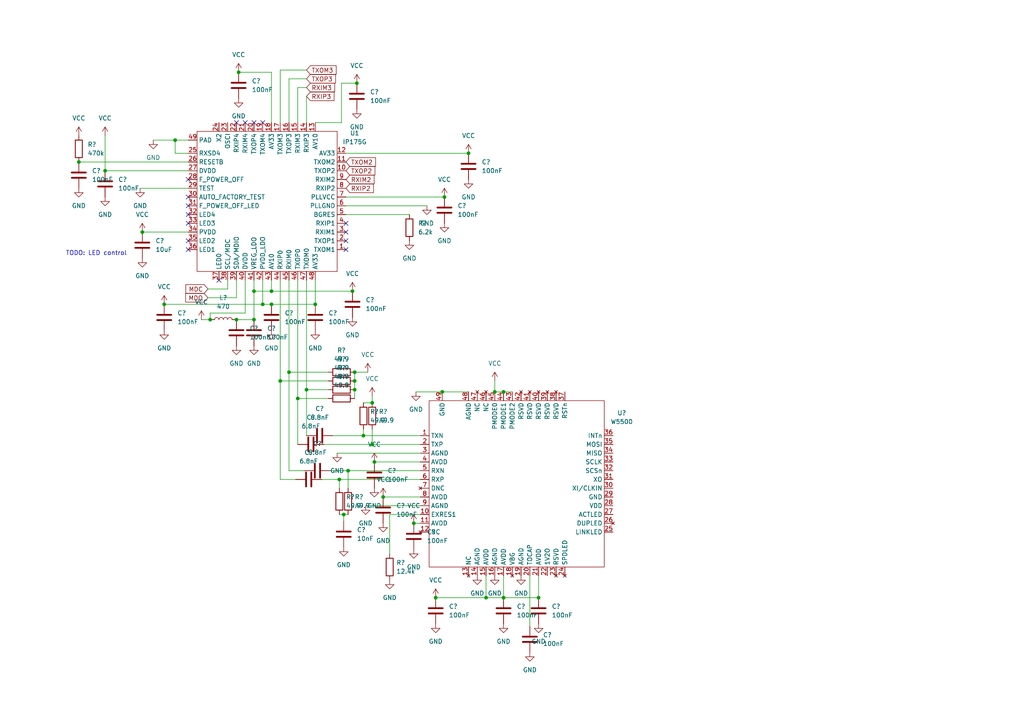
<source format=kicad_sch>
(kicad_sch (version 20211123) (generator eeschema)
  (paper "A4")
  (lib_symbols
    (symbol "01-rickbassham:3V3A" (power) (pin_names (offset 0))
      (property "Value" "3V3A" (at 0 3.81 0))
      (symbol "3V3A_0_1"
        (polyline (pts (xy -0.762 1.27) (xy 0 2.54)))
        (polyline (pts (xy 0 0) (xy 0 2.54)))
        (polyline (pts (xy 0 2.54) (xy 0.762 1.27)))
      )
      (symbol "3V3A_1_1"
        (pin power_in line (at 0 0 90) (length 0) hide (name "VCC") (number "1"))
      )
    )
    (symbol "01-rickbassham:3V3D" (power) (pin_names (offset 0))
      (property "Value" "3V3D" (at 0 3.81 0))
      (symbol "3V3D_0_1"
        (polyline (pts (xy -0.762 1.27) (xy 0 2.54)))
        (polyline (pts (xy 0 0) (xy 0 2.54)))
        (polyline (pts (xy 0 2.54) (xy 0.762 1.27)))
      )
      (symbol "3V3D_1_1"
        (pin power_in line (at 0 0 90) (length 0) hide (name "VCC") (number "1"))
      )
    )
    (symbol "01-rickbassham:AVCC" (power) (pin_names (offset 0))
      (property "Value" "AVCC" (at 0 3.81 0))
      (symbol "AVCC_0_1"
        (polyline (pts (xy -0.762 1.27) (xy 0 2.54)))
        (polyline (pts (xy 0 0) (xy 0 2.54)))
        (polyline (pts (xy 0 2.54) (xy 0.762 1.27)))
      )
      (symbol "AVCC_1_1"
        (pin power_in line (at 0 0 90) (length 0) hide (name "VCC") (number "1"))
      )
    )
    (symbol "01-rickbassham:IP175G"
      (property "Reference" "U" (at 0 0 0))
      (property "Value" "IP175G" (at 0 0 0))
      (symbol "IP175G_0_1"
        (rectangle (start -12.7 -15.24) (end 27.94 -55.88))
      )
      (symbol "IP175G_1_1"
        (pin output line (at -15.24 -21.59 0) (length 2.54) (name "TXOM1") (number "1"))
        (pin output line (at -15.24 -44.45 0) (length 2.54) (name "TXOP2") (number "10"))
        (pin output line (at -15.24 -46.99 0) (length 2.54) (name "TXOM2") (number "11"))
        (pin output line (at -15.24 -49.53 0) (length 2.54) (name "AV33") (number "12"))
        (pin output line (at -6.35 -58.42 90) (length 2.54) (name "AV10") (number "13"))
        (pin output line (at -3.81 -58.42 90) (length 2.54) (name "RXIP3") (number "14"))
        (pin output line (at -1.27 -58.42 90) (length 2.54) (name "RXIM3") (number "15"))
        (pin output line (at 1.27 -58.42 90) (length 2.54) (name "TXOP3") (number "16"))
        (pin output line (at 3.81 -58.42 90) (length 2.54) (name "TXOM3") (number "17"))
        (pin output line (at 6.35 -58.42 90) (length 2.54) (name "AV33") (number "18"))
        (pin output line (at 8.89 -58.42 90) (length 2.54) (name "TXOM4") (number "19"))
        (pin output line (at -15.24 -24.13 0) (length 2.54) (name "TXOP1") (number "2"))
        (pin output line (at 11.43 -58.42 90) (length 2.54) (name "TXOP4") (number "20"))
        (pin output line (at 13.97 -58.42 90) (length 2.54) (name "RXIM4") (number "21"))
        (pin output line (at 16.51 -58.42 90) (length 2.54) (name "RXIP4") (number "22"))
        (pin output line (at 19.05 -58.42 90) (length 2.54) (name "OSCI") (number "23"))
        (pin output line (at 21.59 -58.42 90) (length 2.54) (name "X2") (number "24"))
        (pin output line (at 30.48 -49.53 180) (length 2.54) (name "RXSD4") (number "25"))
        (pin output line (at 30.48 -46.99 180) (length 2.54) (name "RESETB") (number "26"))
        (pin output line (at 30.48 -44.45 180) (length 2.54) (name "DVDD") (number "27"))
        (pin output line (at 30.48 -41.91 180) (length 2.54) (name "F_POWER_OFF") (number "28"))
        (pin output line (at 30.48 -39.37 180) (length 2.54) (name "TEST") (number "29"))
        (pin output line (at -15.24 -26.67 0) (length 2.54) (name "RXIM1") (number "3"))
        (pin output line (at 30.48 -36.83 180) (length 2.54) (name "AUTO_FACTORY_TEST") (number "30"))
        (pin output line (at 30.48 -34.29 180) (length 2.54) (name "F_POWER_OFF_LED") (number "31"))
        (pin output line (at 30.48 -31.75 180) (length 2.54) (name "LED4") (number "32"))
        (pin output line (at 30.48 -29.21 180) (length 2.54) (name "LED3") (number "33"))
        (pin output line (at 30.48 -26.67 180) (length 2.54) (name "PVDD") (number "34"))
        (pin output line (at 30.48 -24.13 180) (length 2.54) (name "LED2") (number "35"))
        (pin output line (at 30.48 -21.59 180) (length 2.54) (name "LED1") (number "36"))
        (pin output line (at 21.59 -12.7 270) (length 2.54) (name "LED0") (number "37"))
        (pin output line (at 19.05 -12.7 270) (length 2.54) (name "SCL/MDC") (number "38"))
        (pin output line (at 16.51 -12.7 270) (length 2.54) (name "SDA/MDIO") (number "39"))
        (pin output line (at -15.24 -29.21 0) (length 2.54) (name "RXIP1") (number "4"))
        (pin output line (at 13.97 -12.7 270) (length 2.54) (name "DVDD") (number "40"))
        (pin output line (at 11.43 -12.7 270) (length 2.54) (name "VREG_LDO") (number "41"))
        (pin output line (at 8.89 -12.7 270) (length 2.54) (name "PVDD_LDO") (number "42"))
        (pin output line (at 6.35 -12.7 270) (length 2.54) (name "AV10") (number "43"))
        (pin output line (at 3.81 -12.7 270) (length 2.54) (name "RXIP0") (number "44"))
        (pin output line (at 1.27 -12.7 270) (length 2.54) (name "RXIM0") (number "45"))
        (pin output line (at -1.27 -12.7 270) (length 2.54) (name "TXOP0") (number "46"))
        (pin output line (at -3.81 -12.7 270) (length 2.54) (name "TXOM0") (number "47"))
        (pin output line (at -6.35 -12.7 270) (length 2.54) (name "AV33") (number "48"))
        (pin output line (at 30.48 -53.34 180) (length 2.54) (name "PAD") (number "49"))
        (pin output line (at -15.24 -31.75 0) (length 2.54) (name "BGRES") (number "5"))
        (pin output line (at -15.24 -34.29 0) (length 2.54) (name "PLLGND") (number "6"))
        (pin output line (at -15.24 -36.83 0) (length 2.54) (name "PLLVCC") (number "7"))
        (pin output line (at -15.24 -39.37 0) (length 2.54) (name "RXIP2") (number "8"))
        (pin output line (at -15.24 -41.91 0) (length 2.54) (name "RXIM2") (number "9"))
      )
    )
    (symbol "01-rickbassham:V10" (power) (pin_names (offset 0))
      (property "Value" "V10" (at 0 3.81 0))
      (symbol "V10_0_1"
        (polyline (pts (xy -0.762 1.27) (xy 0 2.54)))
        (polyline (pts (xy 0 0) (xy 0 2.54)))
        (polyline (pts (xy 0 2.54) (xy 0.762 1.27)))
      )
      (symbol "V10_1_1"
        (pin power_in line (at 0 0 90) (length 0) hide (name "VCC") (number "1"))
      )
    )
    (symbol "01-rickbassham:V10_A" (power) (pin_names (offset 0))
      (property "Value" "V10_A" (at 0 3.81 0))
      (symbol "V10_A_0_1"
        (polyline (pts (xy -0.762 1.27) (xy 0 2.54)))
        (polyline (pts (xy 0 0) (xy 0 2.54)))
        (polyline (pts (xy 0 2.54) (xy 0.762 1.27)))
      )
      (symbol "V10_A_1_1"
        (pin power_in line (at 0 0 90) (length 0) hide (name "VCC") (number "1"))
      )
    )
    (symbol "01-rickbassham:W5500"
      (property "Reference" "U" (at -39.37 29.21 0))
      (property "Value" "W5500" (at -36.83 31.75 0))
      (symbol "W5500_0_1"
        (rectangle (start -25.4 24.13) (end 25.4 -24.13))
      )
      (symbol "W5500_1_1"
        (pin output line (at -27.94 13.97 0) (length 2.54) (name "TXN") (number "1"))
        (pin output line (at -27.94 -8.89 0) (length 2.54) (name "EXRES1") (number "10"))
        (pin output line (at -27.94 -11.43 0) (length 2.54) (name "AVDD") (number "11"))
        (pin no_connect line (at -27.94 -13.97 0) (length 2.54) (name "NC") (number "12"))
        (pin no_connect line (at -13.97 -26.67 90) (length 2.54) (name "NC") (number "13"))
        (pin output line (at -11.43 -26.67 90) (length 2.54) (name "AGND") (number "14"))
        (pin output line (at -8.89 -26.67 90) (length 2.54) (name "AVDD") (number "15"))
        (pin output line (at -6.35 -26.67 90) (length 2.54) (name "AGND") (number "16"))
        (pin output line (at -3.81 -26.67 90) (length 2.54) (name "AVDD") (number "17"))
        (pin no_connect line (at -1.27 -26.67 90) (length 2.54) (name "VBG") (number "18"))
        (pin output line (at 1.27 -26.67 90) (length 2.54) (name "AGND") (number "19"))
        (pin output line (at -27.94 11.43 0) (length 2.54) (name "TXP") (number "2"))
        (pin output line (at 3.81 -26.67 90) (length 2.54) (name "TOCAP") (number "20"))
        (pin output line (at 6.35 -26.67 90) (length 2.54) (name "AVDD") (number "21"))
        (pin output line (at 8.89 -26.67 90) (length 2.54) (name "1V2O") (number "22"))
        (pin no_connect line (at 11.43 -26.67 90) (length 2.54) (name "RSVD") (number "23"))
        (pin no_connect line (at 13.97 -26.67 90) (length 2.54) (name "SPDLED") (number "24"))
        (pin output line (at 27.94 -13.97 180) (length 2.54) (name "LINKLED") (number "25"))
        (pin no_connect line (at 27.94 -11.43 180) (length 2.54) (name "DUPLED") (number "26"))
        (pin output line (at 27.94 -8.89 180) (length 2.54) (name "ACTLED") (number "27"))
        (pin output line (at 27.94 -6.35 180) (length 2.54) (name "VDD") (number "28"))
        (pin output line (at 27.94 -3.81 180) (length 2.54) (name "GND") (number "29"))
        (pin output line (at -27.94 8.89 0) (length 2.54) (name "AGND") (number "3"))
        (pin output line (at 27.94 -1.27 180) (length 2.54) (name "XI/CLKIN") (number "30"))
        (pin output line (at 27.94 1.27 180) (length 2.54) (name "XO") (number "31"))
        (pin output line (at 27.94 3.81 180) (length 2.54) (name "SCSn") (number "32"))
        (pin output line (at 27.94 6.35 180) (length 2.54) (name "SCLK") (number "33"))
        (pin output line (at 27.94 8.89 180) (length 2.54) (name "MISO") (number "34"))
        (pin output line (at 27.94 11.43 180) (length 2.54) (name "MOSI") (number "35"))
        (pin output line (at 27.94 13.97 180) (length 2.54) (name "INTn") (number "36"))
        (pin output line (at 13.97 26.67 270) (length 2.54) (name "RSTn") (number "37"))
        (pin no_connect line (at 11.43 26.67 270) (length 2.54) (name "RSVD") (number "38"))
        (pin no_connect line (at 8.89 26.67 270) (length 2.54) (name "RSVD") (number "39"))
        (pin output line (at -27.94 6.35 0) (length 2.54) (name "AVDD") (number "4"))
        (pin no_connect line (at 6.35 26.67 270) (length 2.54) (name "RSVD") (number "40"))
        (pin no_connect line (at 3.81 26.67 270) (length 2.54) (name "RSVD") (number "41"))
        (pin no_connect line (at 1.27 26.67 270) (length 2.54) (name "RSVD") (number "42"))
        (pin output line (at -1.27 26.67 270) (length 2.54) (name "PMODE2") (number "43"))
        (pin output line (at -3.81 26.67 270) (length 2.54) (name "PMODE1") (number "44"))
        (pin output line (at -6.35 26.67 270) (length 2.54) (name "PMODE0") (number "45"))
        (pin no_connect line (at -8.89 26.67 270) (length 2.54) (name "NC") (number "46"))
        (pin no_connect line (at -11.43 26.67 270) (length 2.54) (name "NC") (number "47"))
        (pin output line (at -13.97 26.67 270) (length 2.54) (name "AGND") (number "48"))
        (pin output line (at -21.59 26.67 270) (length 2.54) (name "GND") (number "49"))
        (pin output line (at -27.94 3.81 0) (length 2.54) (name "RXN") (number "5"))
        (pin output line (at -27.94 1.27 0) (length 2.54) (name "RXP") (number "6"))
        (pin no_connect line (at -27.94 -1.27 0) (length 2.54) (name "DNC") (number "7"))
        (pin output line (at -27.94 -3.81 0) (length 2.54) (name "AVDD") (number "8"))
        (pin output line (at -27.94 -6.35 0) (length 2.54) (name "AGND") (number "9"))
      )
    )
    (symbol "Device:C" (pin_numbers hide) (pin_names (offset 0.254))
      (property "Reference" "C" (at 0.635 2.54 0))
      (property "Value" "C" (at 0.635 -2.54 0))
      (symbol "C_0_1"
        (polyline (pts (xy -2.032 -0.762) (xy 2.032 -0.762)) (stroke (width 0.508)))
        (polyline (pts (xy -2.032 0.762) (xy 2.032 0.762)) (stroke (width 0.508)))
      )
      (symbol "C_1_1"
        (pin passive line (at 0 3.81 270) (length 2.794) (name "~") (number "1"))
        (pin passive line (at 0 -3.81 90) (length 2.794) (name "~") (number "2"))
      )
    )
    (symbol "Device:L" (pin_numbers hide) (pin_names (offset 1.016) hide)
      (property "Reference" "L" (at -1.27 0 90))
      (property "Value" "L" (at 1.905 0 90))
      (symbol "L_0_1"
        (arc (start 0 -2.54) (mid 0.635 -1.905) (end 0 -1.27))
        (arc (start 0 -1.27) (mid 0.635 -0.635) (end 0 0))
        (arc (start 0 0) (mid 0.635 0.635) (end 0 1.27))
        (arc (start 0 1.27) (mid 0.635 1.905) (end 0 2.54))
      )
      (symbol "L_1_1"
        (pin passive line (at 0 3.81 270) (length 1.27) (name "1") (number "1"))
        (pin passive line (at 0 -3.81 90) (length 1.27) (name "2") (number "2"))
      )
    )
    (symbol "Device:R" (pin_numbers hide) (pin_names (offset 0))
      (property "Reference" "R" (at 2.032 0 90))
      (property "Value" "R" (at 0 0 90))
      (symbol "R_0_1"
        (rectangle (start -1.016 -2.54) (end 1.016 2.54) (stroke (width 0.254)))
      )
      (symbol "R_1_1"
        (pin passive line (at 0 3.81 270) (length 1.27) (name "~") (number "1"))
        (pin passive line (at 0 -3.81 90) (length 1.27) (name "~") (number "2"))
      )
    )
    (symbol "power:GND" (power) (pin_names (offset 0))
      (property "Value" "GND" (at 0 -3.81 0))
      (symbol "GND_0_1"
        (polyline (pts (xy 0 0) (xy 0 -1.27) (xy 1.27 -1.27) (xy 0 -2.54) (xy -1.27 -1.27) (xy 0 -1.27)))
      )
      (symbol "GND_1_1"
        (pin power_in line (at 0 0 270) (length 0) hide (name "GND") (number "1"))
      )
    )
  )
  (junction (at 98.425 139.065))
  (junction (at 146.05 113.665))
  (junction (at 103.505 24.13))
  (junction (at 120.015 151.765))
  (junction (at 22.86 46.99))
  (junction (at 83.82 107.95))
  (junction (at 60.96 92.71))
  (junction (at 78.74 88.265))
  (junction (at 135.89 44.45))
  (junction (at 146.05 173.355))
  (junction (at 78.74 84.455))
  (junction (at 102.87 107.95))
  (junction (at 91.44 88.265))
  (junction (at 69.215 20.955))
  (junction (at 108.585 133.985))
  (junction (at 140.97 173.355))
  (junction (at 88.9 113.03))
  (junction (at 41.275 67.31))
  (junction (at 102.87 110.49))
  (junction (at 107.95 128.905))
  (junction (at 47.625 88.265))
  (junction (at 30.48 49.53))
  (junction (at 73.66 92.71))
  (junction (at 81.28 110.49))
  (junction (at 156.21 173.355))
  (junction (at 76.2 88.265))
  (junction (at 99.695 149.225))
  (junction (at 111.125 144.145))
  (junction (at 102.87 113.03))
  (junction (at 128.27 113.665))
  (junction (at 73.66 84.455))
  (junction (at 102.235 84.455))
  (junction (at 68.58 92.71))
  (junction (at 107.95 116.84))
  (junction (at 143.51 113.665))
  (junction (at 50.8 40.64))
  (junction (at 128.905 57.15))
  (junction (at 126.365 173.355))
  (junction (at 86.36 115.57))
  (junction (at 100.965 136.525))
  (junction (at 105.41 126.365))
  (no_connect (at 100.33 72.39))
  (no_connect (at 100.33 64.77))
  (no_connect (at 100.33 67.31))
  (no_connect (at 100.33 69.85))
  (no_connect (at 54.61 57.15))
  (no_connect (at 54.61 52.07))
  (no_connect (at 63.5 81.28))
  (no_connect (at 54.61 59.69))
  (no_connect (at 54.61 72.39))
  (no_connect (at 54.61 62.23))
  (no_connect (at 54.61 69.85))
  (no_connect (at 54.61 64.77))
  (no_connect (at 73.66 35.56))
  (no_connect (at 76.2 35.56))
  (no_connect (at 68.58 35.56))
  (no_connect (at 71.12 35.56))
  (wire (pts (xy 113.03 149.225) (xy 113.03 160.655)))
  (wire (pts (xy 40.64 54.61) (xy 54.61 54.61)))
  (wire (pts (xy 98.425 149.225) (xy 99.695 149.225)))
  (wire (pts (xy 50.8 44.45) (xy 50.8 40.64)))
  (wire (pts (xy 44.45 40.64) (xy 50.8 40.64)))
  (wire (pts (xy 83.82 136.525) (xy 88.265 136.525)))
  (wire (pts (xy 81.28 110.49) (xy 95.25 110.49)))
  (wire (pts (xy 30.48 49.53) (xy 54.61 49.53)))
  (wire (pts (xy 100.33 62.23) (xy 118.745 62.23)))
  (wire (pts (xy 83.82 22.86) (xy 83.82 35.56)))
  (wire (pts (xy 98.425 139.065) (xy 98.425 141.605)))
  (wire (pts (xy 81.28 139.065) (xy 85.725 139.065)))
  (wire (pts (xy 88.9 22.86) (xy 83.82 22.86)))
  (wire (pts (xy 100.965 136.525) (xy 100.965 141.605)))
  (wire (pts (xy 71.12 81.28) (xy 71.12 90.805)))
  (wire (pts (xy 60.96 90.805) (xy 60.96 92.71)))
  (wire (pts (xy 105.41 116.84) (xy 107.95 116.84)))
  (wire (pts (xy 146.05 113.665) (xy 148.59 113.665)))
  (wire (pts (xy 88.9 27.94) (xy 88.9 35.56)))
  (wire (pts (xy 78.74 84.455) (xy 102.235 84.455)))
  (wire (pts (xy 73.66 84.455) (xy 78.74 84.455)))
  (wire (pts (xy 41.275 67.31) (xy 54.61 67.31)))
  (wire (pts (xy 91.44 35.56) (xy 99.06 35.56)))
  (wire (pts (xy 100.33 44.45) (xy 135.89 44.45)))
  (wire (pts (xy 54.61 44.45) (xy 50.8 44.45)))
  (wire (pts (xy 107.95 114.935) (xy 107.95 116.84)))
  (wire (pts (xy 66.04 83.82) (xy 66.04 81.28)))
  (wire (pts (xy 78.74 88.265) (xy 76.2 88.265)))
  (wire (pts (xy 121.92 149.225) (xy 113.03 149.225)))
  (wire (pts (xy 153.67 167.005) (xy 153.67 181.61)))
  (wire (pts (xy 76.2 88.265) (xy 47.625 88.265)))
  (wire (pts (xy 50.8 40.64) (xy 54.61 40.64)))
  (wire (pts (xy 140.97 173.355) (xy 146.05 173.355)))
  (wire (pts (xy 146.05 167.005) (xy 146.05 173.355)))
  (wire (pts (xy 120.015 151.765) (xy 121.92 151.765)))
  (wire (pts (xy 107.95 124.46) (xy 107.95 128.905)))
  (wire (pts (xy 99.695 149.225) (xy 100.965 149.225)))
  (wire (pts (xy 86.36 115.57) (xy 86.36 128.905)))
  (wire (pts (xy 97.79 131.445) (xy 121.92 131.445)))
  (wire (pts (xy 81.28 35.56) (xy 81.28 20.32)))
  (wire (pts (xy 111.125 144.145) (xy 121.92 144.145)))
  (wire (pts (xy 146.05 173.355) (xy 156.21 173.355)))
  (wire (pts (xy 86.36 115.57) (xy 95.25 115.57)))
  (wire (pts (xy 105.41 126.365) (xy 121.92 126.365)))
  (wire (pts (xy 100.33 59.69) (xy 123.825 59.69)))
  (wire (pts (xy 143.51 110.49) (xy 143.51 113.665)))
  (wire (pts (xy 107.95 128.905) (xy 121.92 128.905)))
  (wire (pts (xy 108.585 133.985) (xy 121.92 133.985)))
  (wire (pts (xy 100.965 136.525) (xy 121.92 136.525)))
  (wire (pts (xy 105.41 124.46) (xy 105.41 126.365)))
  (wire (pts (xy 143.51 113.665) (xy 146.05 113.665)))
  (wire (pts (xy 81.28 20.32) (xy 88.9 20.32)))
  (wire (pts (xy 68.58 86.36) (xy 68.58 81.28)))
  (wire (pts (xy 30.48 39.37) (xy 30.48 49.53)))
  (wire (pts (xy 22.86 46.99) (xy 54.61 46.99)))
  (wire (pts (xy 98.425 139.065) (xy 121.92 139.065)))
  (wire (pts (xy 99.06 24.13) (xy 103.505 24.13)))
  (wire (pts (xy 102.87 113.03) (xy 102.87 115.57)))
  (wire (pts (xy 99.06 35.56) (xy 99.06 24.13)))
  (wire (pts (xy 78.74 81.28) (xy 78.74 84.455)))
  (wire (pts (xy 81.28 110.49) (xy 81.28 139.065)))
  (wire (pts (xy 156.21 167.005) (xy 156.21 173.355)))
  (wire (pts (xy 95.885 136.525) (xy 100.965 136.525)))
  (wire (pts (xy 93.345 139.065) (xy 98.425 139.065)))
  (wire (pts (xy 96.52 126.365) (xy 105.41 126.365)))
  (wire (pts (xy 102.87 107.95) (xy 102.87 110.49)))
  (wire (pts (xy 71.12 90.805) (xy 60.96 90.805)))
  (wire (pts (xy 60.325 86.36) (xy 68.58 86.36)))
  (wire (pts (xy 60.325 83.82) (xy 66.04 83.82)))
  (wire (pts (xy 83.82 81.28) (xy 83.82 107.95)))
  (wire (pts (xy 86.36 25.4) (xy 86.36 35.56)))
  (wire (pts (xy 83.82 107.95) (xy 95.25 107.95)))
  (wire (pts (xy 88.9 113.03) (xy 88.9 126.365)))
  (wire (pts (xy 88.9 81.28) (xy 88.9 113.03)))
  (wire (pts (xy 78.74 35.56) (xy 78.74 20.955)))
  (wire (pts (xy 88.9 113.03) (xy 95.25 113.03)))
  (wire (pts (xy 76.2 81.28) (xy 76.2 88.265)))
  (wire (pts (xy 68.58 92.71) (xy 73.66 92.71)))
  (wire (pts (xy 58.42 92.71) (xy 60.96 92.71)))
  (wire (pts (xy 106.045 146.685) (xy 121.92 146.685)))
  (wire (pts (xy 73.66 84.455) (xy 73.66 92.71)))
  (wire (pts (xy 140.97 167.005) (xy 140.97 173.355)))
  (wire (pts (xy 88.9 25.4) (xy 86.36 25.4)))
  (wire (pts (xy 91.44 81.28) (xy 91.44 88.265)))
  (wire (pts (xy 78.74 88.265) (xy 91.44 88.265)))
  (wire (pts (xy 102.87 110.49) (xy 102.87 113.03)))
  (wire (pts (xy 86.36 81.28) (xy 86.36 115.57)))
  (wire (pts (xy 81.28 81.28) (xy 81.28 110.49)))
  (wire (pts (xy 100.33 57.15) (xy 128.905 57.15)))
  (wire (pts (xy 102.87 107.95) (xy 106.68 107.95)))
  (wire (pts (xy 73.66 81.28) (xy 73.66 84.455)))
  (wire (pts (xy 126.365 173.355) (xy 140.97 173.355)))
  (wire (pts (xy 93.98 128.905) (xy 107.95 128.905)))
  (wire (pts (xy 99.695 149.225) (xy 99.695 151.13)))
  (wire (pts (xy 120.65 113.665) (xy 128.27 113.665)))
  (wire (pts (xy 83.82 107.95) (xy 83.82 136.525)))
  (wire (pts (xy 78.74 20.955) (xy 69.215 20.955)))
  (wire (pts (xy 128.27 113.665) (xy 135.89 113.665)))
  (text "TODO: LED control" (at 19.05 74.295 0) (effects (font (size 1.27 1.27)) (justify left bottom)))
  (global_label "RXIP3" (shape input) (at 88.9 27.94 0) (property "Intersheet References" "${INTERSHEET_REFS}" (effects hide)))
  (global_label "RXIM3" (shape input) (at 88.9 25.4 0) (property "Intersheet References" "${INTERSHEET_REFS}" (effects hide)))
  (global_label "TXOM2" (shape input) (at 100.33 46.99 0) (property "Intersheet References" "${INTERSHEET_REFS}" (effects hide)))
  (global_label "TXOP2" (shape input) (at 100.33 49.53 0) (property "Intersheet References" "${INTERSHEET_REFS}" (effects hide)))
  (global_label "RXIP2" (shape input) (at 100.33 54.61 0) (property "Intersheet References" "${INTERSHEET_REFS}" (effects hide)))
  (global_label "TXOP3" (shape input) (at 88.9 22.86 0) (property "Intersheet References" "${INTERSHEET_REFS}" (effects hide)))
  (global_label "MDC" (shape input) (at 60.325 83.82 180) (property "Intersheet References" "${INTERSHEET_REFS}" (effects hide)))
  (global_label "TXOM3" (shape input) (at 88.9 20.32 0) (property "Intersheet References" "${INTERSHEET_REFS}" (effects hide)))
  (global_label "MDO" (shape input) (at 60.325 86.36 180) (property "Intersheet References" "${INTERSHEET_REFS}" (effects hide)))
  (global_label "RXIM2" (shape input) (at 100.33 52.07 0) (property "Intersheet References" "${INTERSHEET_REFS}" (effects hide)))
  (symbol (lib_id "Device:C") (at 153.67 185.42 0) (unit 1)
    (property "Reference" "C?" (at 157.48 184.1499 0) (effects (justify left)))
    (property "Value" "100nF" (at 157.48 186.6899 0) (effects (justify left)))
    (property "Footprint" "Capacitor_SMD:C_0402_1005Metric" (effects hide))
  )
  (symbol (lib_id "01-rickbassham:AVCC") (at 22.86 39.37 0) (unit 1)
    (property "Reference" "#PWR?" (effects hide))
    (property "Value" "AVCC" (at 22.86 34.29 0))
  )
  (symbol (lib_id "power:GND") (at 97.79 131.445 0) (unit 1)
    (property "Reference" "#PWR?" (effects hide))
    (property "Value" "GND" (at 97.79 136.525 0))
  )
  (symbol (lib_id "01-rickbassham:3V3A") (at 111.125 144.145 0) (unit 1)
    (property "Reference" "#PWR?" (effects hide))
    (property "Value" "3V3A" (at 111.125 139.065 0))
  )
  (symbol (lib_id "Device:C") (at 135.89 48.26 0) (unit 1)
    (property "Reference" "C?" (at 139.7 46.9899 0) (effects (justify left)))
    (property "Value" "100nF" (at 139.7 49.5299 0) (effects (justify left)))
    (property "Footprint" "Capacitor_SMD:C_0402_1005Metric" (effects hide))
  )
  (symbol (lib_id "Device:C") (at 102.235 88.265 0) (unit 1)
    (property "Reference" "C?" (at 106.045 86.9949 0) (effects (justify left)))
    (property "Value" "100nF" (at 106.045 89.5349 0) (effects (justify left)))
    (property "Footprint" "Capacitor_SMD:C_0402_1005Metric" (effects hide))
  )
  (symbol (lib_id "01-rickbassham:3V3A") (at 126.365 173.355 0) (unit 1)
    (property "Reference" "#PWR?" (effects hide))
    (property "Value" "3V3A" (at 126.365 168.275 0))
  )
  (symbol (lib_id "01-rickbassham:3V3A") (at 108.585 133.985 0) (unit 1)
    (property "Reference" "#PWR?" (effects hide))
    (property "Value" "3V3A" (at 108.585 128.905 0))
  )
  (symbol (lib_id "01-rickbassham:AVCC") (at 69.215 20.955 0) (unit 1)
    (property "Reference" "#PWR?" (effects hide))
    (property "Value" "AVCC" (at 69.215 15.875 0))
  )
  (symbol (lib_id "01-rickbassham:AVCC") (at 128.905 57.15 0) (unit 1)
    (property "Reference" "#PWR?" (effects hide))
    (property "Value" "AVCC" (at 128.905 52.07 0))
  )
  (symbol (lib_id "Device:C") (at 156.21 177.165 0) (unit 1)
    (property "Reference" "C?" (at 160.02 175.8949 0) (effects (justify left)))
    (property "Value" "100nF" (at 160.02 178.4349 0) (effects (justify left)))
    (property "Footprint" "Capacitor_SMD:C_0402_1005Metric" (effects hide))
  )
  (symbol (lib_id "Device:R") (at 107.95 120.65 180) (unit 1)
    (property "Reference" "R?" (at 109.855 119.3799 0) (effects (justify right)))
    (property "Value" "49.9" (at 109.855 121.9199 0) (effects (justify right)))
    (property "Footprint" "Resistor_SMD:R_0402_1005Metric" (effects hide))
  )
  (symbol (lib_id "Device:C") (at 41.275 71.12 0) (unit 1)
    (property "Reference" "C?" (at 45.085 69.8499 0) (effects (justify left)))
    (property "Value" "10uF" (at 45.085 72.3899 0) (effects (justify left)))
    (property "Footprint" "Capacitor_SMD:C_0402_1005Metric" (effects hide))
  )
  (symbol (lib_id "Device:C") (at 92.075 136.525 90) (unit 1)
    (property "Reference" "C?" (at 92.075 128.6943 90))
    (property "Value" "6.8nF" (at 92.075 131.2343 90))
    (property "Footprint" "Capacitor_SMD:C_0402_1005Metric" (effects hide))
  )
  (symbol (lib_id "Device:C") (at 69.215 24.765 0) (unit 1)
    (property "Reference" "C?" (at 73.025 23.4949 0) (effects (justify left)))
    (property "Value" "100nF" (at 73.025 26.0349 0) (effects (justify left)))
    (property "Footprint" "Capacitor_SMD:C_0402_1005Metric" (effects hide))
  )
  (symbol (lib_id "power:GND") (at 106.045 146.685 0) (unit 1)
    (property "Reference" "#PWR?" (effects hide))
    (property "Value" "GND" (at 106.045 151.765 0))
  )
  (symbol (lib_id "power:GND") (at 73.66 100.33 0) (unit 1)
    (property "Reference" "#PWR?" (effects hide))
    (property "Value" "GND" (at 73.66 105.41 0))
  )
  (symbol (lib_id "Device:C") (at 120.015 155.575 0) (unit 1)
    (property "Reference" "C?" (at 123.825 154.3049 0) (effects (justify left)))
    (property "Value" "100nF" (at 123.825 156.8449 0) (effects (justify left)))
    (property "Footprint" "Capacitor_SMD:C_0402_1005Metric" (effects hide))
  )
  (symbol (lib_id "power:GND") (at 118.745 69.85 0) (unit 1)
    (property "Reference" "#PWR?" (effects hide))
    (property "Value" "GND" (at 118.745 74.93 0))
  )
  (symbol (lib_id "Device:R") (at 105.41 120.65 180) (unit 1)
    (property "Reference" "R?" (at 107.315 119.3799 0) (effects (justify right)))
    (property "Value" "49.9" (at 107.315 121.9199 0) (effects (justify right)))
    (property "Footprint" "Resistor_SMD:R_0402_1005Metric" (effects hide))
  )
  (symbol (lib_id "01-rickbassham:AVCC") (at 106.68 107.95 0) (unit 1)
    (property "Reference" "#PWR?" (effects hide))
    (property "Value" "AVCC" (at 106.68 102.87 0))
  )
  (symbol (lib_id "power:GND") (at 102.235 92.075 0) (unit 1)
    (property "Reference" "#PWR?" (effects hide))
    (property "Value" "GND" (at 102.235 97.155 0))
  )
  (symbol (lib_id "power:GND") (at 30.48 57.15 0) (unit 1)
    (property "Reference" "#PWR?" (effects hide))
    (property "Value" "GND" (at 30.48 62.23 0))
  )
  (symbol (lib_id "Device:R") (at 99.06 107.95 90) (unit 1)
    (property "Reference" "R?" (at 99.06 101.6 90))
    (property "Value" "49.9" (at 99.06 104.14 90))
    (property "Footprint" "Resistor_SMD:R_0402_1005Metric" (effects hide))
  )
  (symbol (lib_id "power:GND") (at 41.275 74.93 0) (unit 1)
    (property "Reference" "#PWR?" (effects hide))
    (property "Value" "GND" (at 41.275 80.01 0))
  )
  (symbol (lib_id "power:GND") (at 40.64 54.61 0) (unit 1)
    (property "Reference" "#PWR?" (effects hide))
    (property "Value" "GND" (at 40.64 59.69 0))
  )
  (symbol (lib_id "power:GND") (at 69.215 28.575 0) (unit 1)
    (property "Reference" "#PWR?" (effects hide))
    (property "Value" "GND" (at 69.215 33.655 0))
  )
  (symbol (lib_id "Device:C") (at 30.48 53.34 0) (unit 1)
    (property "Reference" "C?" (at 34.29 52.0699 0) (effects (justify left)))
    (property "Value" "100nF" (at 34.29 54.6099 0) (effects (justify left)))
    (property "Footprint" "Capacitor_SMD:C_0402_1005Metric" (effects hide))
  )
  (symbol (lib_id "01-rickbassham:IP175G") (at 85.09 93.98 180) (unit 1)
    (property "Reference" "U1" (at 102.87 38.6205 0))
    (property "Value" "IP175G" (at 102.87 41.1605 0))
    (property "Footprint" "Package_DFN_QFN:QFN-48-1EP_6x6mm_P0.4mm_EP4.3x4.3mm_ThermalVias" (effects hide))
    (property "Datasheet" "https://datasheet.lcsc.com/lcsc/2009140933_IC-Plus-IP175G_C80220.pdf" (effects hide))
    (property "LCSC" "C80220" (effects hide))
  )
  (symbol (lib_id "power:GND") (at 47.625 95.885 0) (unit 1)
    (property "Reference" "#PWR?" (effects hide))
    (property "Value" "GND" (at 47.625 100.965 0))
  )
  (symbol (lib_id "Device:C") (at 22.86 50.8 0) (unit 1)
    (property "Reference" "C?" (at 26.67 49.5299 0) (effects (justify left)))
    (property "Value" "100nF" (at 26.67 52.0699 0) (effects (justify left)))
    (property "Footprint" "Capacitor_SMD:C_0402_1005Metric" (effects hide))
  )
  (symbol (lib_id "power:GND") (at 108.585 141.605 0) (unit 1)
    (property "Reference" "#PWR?" (effects hide))
    (property "Value" "GND" (at 108.585 146.685 0))
  )
  (symbol (lib_id "Device:C") (at 111.125 147.955 0) (unit 1)
    (property "Reference" "C?" (at 114.935 146.6849 0) (effects (justify left)))
    (property "Value" "100nF" (at 114.935 149.2249 0) (effects (justify left)))
    (property "Footprint" "Capacitor_SMD:C_0402_1005Metric" (effects hide))
  )
  (symbol (lib_id "Device:C") (at 92.71 126.365 90) (unit 1)
    (property "Reference" "C?" (at 92.71 118.5343 90))
    (property "Value" "6.8nF" (at 92.71 121.0743 90))
    (property "Footprint" "Capacitor_SMD:C_0402_1005Metric" (effects hide))
  )
  (symbol (lib_id "power:GND") (at 120.65 113.665 0) (unit 1)
    (property "Reference" "#PWR?" (effects hide))
    (property "Value" "GND" (at 120.65 118.745 0))
  )
  (symbol (lib_id "01-rickbassham:AVCC") (at 41.275 67.31 0) (unit 1)
    (property "Reference" "#PWR?" (effects hide))
    (property "Value" "AVCC" (at 41.275 62.23 0))
  )
  (symbol (lib_id "Device:R") (at 22.86 43.18 0) (unit 1)
    (property "Reference" "R?" (at 25.4 41.9099 0) (effects (justify left)))
    (property "Value" "470k" (at 25.4 44.4499 0) (effects (justify left)))
    (property "Footprint" "Resistor_SMD:R_0402_1005Metric" (effects hide))
  )
  (symbol (lib_id "Device:C") (at 90.17 128.905 90) (unit 1)
    (property "Reference" "C?" (at 90.17 121.0743 90))
    (property "Value" "6.8nF" (at 90.17 123.6143 90))
    (property "Footprint" "Capacitor_SMD:C_0402_1005Metric" (effects hide))
  )
  (symbol (lib_id "power:GND") (at 111.125 151.765 0) (unit 1)
    (property "Reference" "#PWR?" (effects hide))
    (property "Value" "GND" (at 111.125 156.845 0))
  )
  (symbol (lib_id "power:GND") (at 103.505 31.75 0) (unit 1)
    (property "Reference" "#PWR?" (effects hide))
    (property "Value" "GND" (at 103.505 36.83 0))
  )
  (symbol (lib_id "01-rickbassham:V10") (at 58.42 92.71 0) (unit 1)
    (property "Reference" "#PWR?" (effects hide))
    (property "Value" "V10" (at 58.42 87.63 0))
  )
  (symbol (lib_id "power:GND") (at 128.905 64.77 0) (unit 1)
    (property "Reference" "#PWR?" (effects hide))
    (property "Value" "GND" (at 128.905 69.85 0))
  )
  (symbol (lib_id "Device:C") (at 73.66 96.52 0) (unit 1)
    (property "Reference" "C?" (at 77.47 95.2499 0) (effects (justify left)))
    (property "Value" "100nF" (at 77.47 97.7899 0) (effects (justify left)))
    (property "Footprint" "Capacitor_SMD:C_0402_1005Metric" (effects hide))
  )
  (symbol (lib_id "power:GND") (at 22.86 54.61 0) (unit 1)
    (property "Reference" "#PWR?" (effects hide))
    (property "Value" "GND" (at 22.86 59.69 0))
  )
  (symbol (lib_id "power:GND") (at 143.51 167.005 0) (unit 1)
    (property "Reference" "#PWR?" (effects hide))
    (property "Value" "GND" (at 143.51 172.085 0))
  )
  (symbol (lib_id "power:GND") (at 135.89 52.07 0) (unit 1)
    (property "Reference" "#PWR?" (effects hide))
    (property "Value" "GND" (at 135.89 57.15 0))
  )
  (symbol (lib_id "power:GND") (at 44.45 40.64 0) (unit 1)
    (property "Reference" "#PWR?" (effects hide))
    (property "Value" "GND" (at 44.45 45.72 0))
  )
  (symbol (lib_id "Device:C") (at 103.505 27.94 0) (unit 1)
    (property "Reference" "C?" (at 107.315 26.6699 0) (effects (justify left)))
    (property "Value" "100nF" (at 107.315 29.2099 0) (effects (justify left)))
    (property "Footprint" "Capacitor_SMD:C_0402_1005Metric" (effects hide))
  )
  (symbol (lib_id "power:GND") (at 138.43 167.005 0) (unit 1)
    (property "Reference" "#PWR?" (effects hide))
    (property "Value" "GND" (at 138.43 172.085 0))
  )
  (symbol (lib_id "01-rickbassham:3V3A") (at 107.95 114.935 0) (unit 1)
    (property "Reference" "#PWR?" (effects hide))
    (property "Value" "3V3A" (at 107.95 109.855 0))
  )
  (symbol (lib_id "Device:C") (at 89.535 139.065 90) (unit 1)
    (property "Reference" "C?" (at 89.535 131.2343 90))
    (property "Value" "6.8nF" (at 89.535 133.7743 90))
    (property "Footprint" "Capacitor_SMD:C_0402_1005Metric" (effects hide))
  )
  (symbol (lib_id "Device:C") (at 68.58 96.52 0) (unit 1)
    (property "Reference" "C?" (at 72.39 95.2499 0) (effects (justify left)))
    (property "Value" "100nF" (at 72.39 97.7899 0) (effects (justify left)))
    (property "Footprint" "Capacitor_SMD:C_0402_1005Metric" (effects hide))
  )
  (symbol (lib_id "01-rickbassham:AVCC") (at 135.89 44.45 0) (unit 1)
    (property "Reference" "#PWR?" (effects hide))
    (property "Value" "AVCC" (at 135.89 39.37 0))
  )
  (symbol (lib_id "Device:C") (at 99.695 154.94 0) (unit 1)
    (property "Reference" "C?" (at 103.505 153.6699 0) (effects (justify left)))
    (property "Value" "10nF" (at 103.505 156.2099 0) (effects (justify left)))
    (property "Footprint" "Capacitor_SMD:C_0402_1005Metric" (effects hide))
  )
  (symbol (lib_id "01-rickbassham:AVCC") (at 47.625 88.265 0) (unit 1)
    (property "Reference" "#PWR?" (effects hide))
    (property "Value" "AVCC" (at 47.625 83.185 0))
  )
  (symbol (lib_id "power:GND") (at 123.825 59.69 0) (unit 1)
    (property "Reference" "#PWR?" (effects hide))
    (property "Value" "GND" (at 123.825 64.77 0))
  )
  (symbol (lib_id "power:GND") (at 146.05 180.975 0) (unit 1)
    (property "Reference" "#PWR?" (effects hide))
    (property "Value" "GND" (at 146.05 186.055 0))
  )
  (symbol (lib_id "Device:R") (at 100.965 145.415 180) (unit 1)
    (property "Reference" "R?" (at 102.87 144.1449 0) (effects (justify right)))
    (property "Value" "49.9" (at 102.87 146.6849 0) (effects (justify right)))
    (property "Footprint" "Resistor_SMD:R_0402_1005Metric" (effects hide))
  )
  (symbol (lib_id "power:GND") (at 91.44 95.885 0) (unit 1)
    (property "Reference" "#PWR?" (effects hide))
    (property "Value" "GND" (at 91.44 100.965 0))
  )
  (symbol (lib_id "01-rickbassham:W5500") (at 149.86 140.335 0) (unit 1)
    (property "Reference" "U?" (at 180.34 119.7862 0))
    (property "Value" "W5500" (at 180.34 122.3262 0))
    (property "Footprint" "Package_QFP:LQFP-48-1EP_7x7mm_P0.5mm_EP3.6x3.6mm" (effects hide))
  )
  (symbol (lib_id "Device:R") (at 99.06 115.57 90) (unit 1)
    (property "Reference" "R?" (at 99.06 109.22 90))
    (property "Value" "49.9" (at 99.06 111.76 90))
    (property "Footprint" "Resistor_SMD:R_0402_1005Metric" (effects hide))
  )
  (symbol (lib_id "Device:C") (at 91.44 92.075 0) (unit 1)
    (property "Reference" "C?" (at 95.25 90.8049 0) (effects (justify left)))
    (property "Value" "100nF" (at 95.25 93.3449 0) (effects (justify left)))
    (property "Footprint" "Capacitor_SMD:C_0402_1005Metric" (effects hide))
  )
  (symbol (lib_id "Device:C") (at 108.585 137.795 0) (unit 1)
    (property "Reference" "C?" (at 112.395 136.5249 0) (effects (justify left)))
    (property "Value" "100nF" (at 112.395 139.0649 0) (effects (justify left)))
    (property "Footprint" "Capacitor_SMD:C_0402_1005Metric" (effects hide))
  )
  (symbol (lib_id "power:GND") (at 120.015 159.385 0) (unit 1)
    (property "Reference" "#PWR?" (effects hide))
    (property "Value" "GND" (at 120.015 164.465 0))
  )
  (symbol (lib_id "Device:C") (at 78.74 92.075 0) (unit 1)
    (property "Reference" "C?" (at 82.55 90.8049 0) (effects (justify left)))
    (property "Value" "100nF" (at 82.55 93.3449 0) (effects (justify left)))
    (property "Footprint" "Capacitor_SMD:C_0402_1005Metric" (effects hide))
  )
  (symbol (lib_id "Device:C") (at 126.365 177.165 0) (unit 1)
    (property "Reference" "C?" (at 130.175 175.8949 0) (effects (justify left)))
    (property "Value" "100nF" (at 130.175 178.4349 0) (effects (justify left)))
    (property "Footprint" "Capacitor_SMD:C_0402_1005Metric" (effects hide))
  )
  (symbol (lib_id "Device:R") (at 99.06 113.03 90) (unit 1)
    (property "Reference" "R?" (at 99.06 106.68 90))
    (property "Value" "49.9" (at 99.06 109.22 90))
    (property "Footprint" "Resistor_SMD:R_0402_1005Metric" (effects hide))
  )
  (symbol (lib_id "Device:C") (at 128.905 60.96 0) (unit 1)
    (property "Reference" "C?" (at 132.715 59.6899 0) (effects (justify left)))
    (property "Value" "100nF" (at 132.715 62.2299 0) (effects (justify left)))
    (property "Footprint" "Capacitor_SMD:C_0402_1005Metric" (effects hide))
  )
  (symbol (lib_id "power:GND") (at 153.67 189.23 0) (unit 1)
    (property "Reference" "#PWR?" (effects hide))
    (property "Value" "GND" (at 153.67 194.31 0))
  )
  (symbol (lib_id "Device:R") (at 99.06 110.49 90) (unit 1)
    (property "Reference" "R?" (at 99.06 104.14 90))
    (property "Value" "49.9" (at 99.06 106.68 90))
    (property "Footprint" "Resistor_SMD:R_0402_1005Metric" (effects hide))
  )
  (symbol (lib_id "Device:R") (at 118.745 66.04 0) (unit 1)
    (property "Reference" "R?" (at 121.285 64.7699 0) (effects (justify left)))
    (property "Value" "6.2k" (at 121.285 67.3099 0) (effects (justify left)))
    (property "Footprint" "Resistor_SMD:R_0402_1005Metric" (effects hide))
  )
  (symbol (lib_id "Device:R") (at 98.425 145.415 180) (unit 1)
    (property "Reference" "R?" (at 100.33 144.1449 0) (effects (justify right)))
    (property "Value" "49.9" (at 100.33 146.6849 0) (effects (justify right)))
    (property "Footprint" "Resistor_SMD:R_0402_1005Metric" (effects hide))
  )
  (symbol (lib_id "Device:C") (at 146.05 177.165 0) (unit 1)
    (property "Reference" "C?" (at 149.86 175.8949 0) (effects (justify left)))
    (property "Value" "100nF" (at 149.86 178.4349 0) (effects (justify left)))
    (property "Footprint" "Capacitor_SMD:C_0402_1005Metric" (effects hide))
  )
  (symbol (lib_id "power:GND") (at 126.365 180.975 0) (unit 1)
    (property "Reference" "#PWR?" (effects hide))
    (property "Value" "GND" (at 126.365 186.055 0))
  )
  (symbol (lib_id "01-rickbassham:3V3D") (at 143.51 110.49 0) (unit 1)
    (property "Reference" "#PWR?" (effects hide))
    (property "Value" "3V3D" (at 143.51 105.41 0))
  )
  (symbol (lib_id "power:GND") (at 156.21 180.975 0) (unit 1)
    (property "Reference" "#PWR?" (effects hide))
    (property "Value" "GND" (at 156.21 186.055 0))
  )
  (symbol (lib_id "Device:R") (at 113.03 164.465 180) (unit 1)
    (property "Reference" "R?" (at 114.935 163.1949 0) (effects (justify right)))
    (property "Value" "12.4k" (at 114.935 165.7349 0) (effects (justify right)))
    (property "Footprint" "Resistor_SMD:R_0402_1005Metric" (effects hide))
    (property "LCSC" "C158826" (effects hide))
  )
  (symbol (lib_id "01-rickbassham:V10_A") (at 103.505 24.13 0) (unit 1)
    (property "Reference" "#PWR?" (effects hide))
    (property "Value" "V10_A" (at 103.505 19.05 0))
  )
  (symbol (lib_id "Device:L") (at 64.77 92.71 90) (unit 1)
    (property "Reference" "L?" (at 64.77 86.36 90))
    (property "Value" "470" (at 64.77 88.9 90))
    (property "Footprint" "Inductor_SMD:L_0603_1608Metric" (effects hide))
  )
  (symbol (lib_id "power:GND") (at 113.03 168.275 0) (unit 1)
    (property "Reference" "#PWR?" (effects hide))
    (property "Value" "GND" (at 113.03 173.355 0))
  )
  (symbol (lib_id "01-rickbassham:3V3A") (at 120.015 151.765 0) (unit 1)
    (property "Reference" "#PWR?" (effects hide))
    (property "Value" "3V3A" (at 120.015 146.685 0))
  )
  (symbol (lib_id "01-rickbassham:V10") (at 30.48 39.37 0) (unit 1)
    (property "Reference" "#PWR?" (effects hide))
    (property "Value" "V10" (at 30.48 34.29 0))
  )
  (symbol (lib_id "Device:C") (at 47.625 92.075 0) (unit 1)
    (property "Reference" "C?" (at 51.435 90.8049 0) (effects (justify left)))
    (property "Value" "100nF" (at 51.435 93.3449 0) (effects (justify left)))
    (property "Footprint" "Capacitor_SMD:C_0402_1005Metric" (effects hide))
  )
  (symbol (lib_id "power:GND") (at 78.74 95.885 0) (unit 1)
    (property "Reference" "#PWR?" (effects hide))
    (property "Value" "GND" (at 78.74 100.965 0))
  )
  (symbol (lib_id "01-rickbassham:V10") (at 102.235 84.455 0) (unit 1)
    (property "Reference" "#PWR?" (effects hide))
    (property "Value" "V10" (at 102.235 79.375 0))
  )
  (symbol (lib_id "power:GND") (at 68.58 100.33 0) (unit 1)
    (property "Reference" "#PWR?" (effects hide))
    (property "Value" "GND" (at 68.58 105.41 0))
  )
  (symbol (lib_id "power:GND") (at 151.13 167.005 0) (unit 1)
    (property "Reference" "#PWR?" (effects hide))
    (property "Value" "GND" (at 151.13 172.085 0))
  )
  (symbol (lib_id "power:GND") (at 99.695 158.75 0) (unit 1)
    (property "Reference" "#PWR?" (effects hide))
    (property "Value" "GND" (at 99.695 163.83 0))
  )
)
</source>
